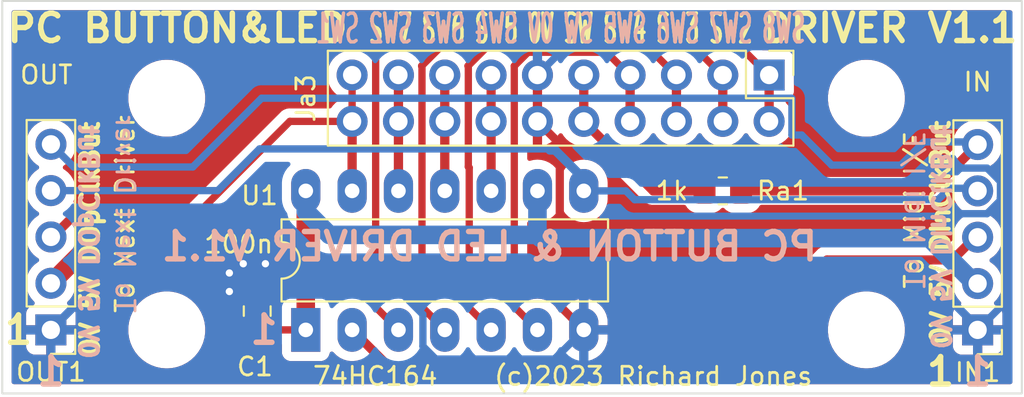
<source format=kicad_pcb>
(kicad_pcb (version 20211014) (generator pcbnew)
  (layers (0 "F.Cu" signal) (31 "B.Cu" signal) (34 "B.Paste" user) (35 "F.Paste" user) (36 "B.SilkS" user "B.Silkscreen") (37 "F.SilkS" user "F.Silkscreen") (38 "B.Mask" user) (39 "F.Mask" user) (44 "Edge.Cuts" user))
  (net 0 "")
  (net 1 "Net-(C1-Pad1)")
  (net 2 "/0.V")
  (net 3 "Net-(IN1-Pad3)")
  (net 4 "Net-(IN1-Pad4)")
  (net 5 "/.Q0")
  (net 6 "/.Q1")
  (net 7 "/.Q2")
  (net 8 "/.Q3")
  (net 9 "/.SW")
  (net 10 "/.Q4")
  (net 11 "/.Q5")
  (net 12 "/.Q6")
  (net 13 "/.Q7")
  (net 14 "Net-(IN1-Pad5)")
  (footprint "Package_DIP:DIP-14_W7.62mm_LongPads" (layer "F.Cu") (at 149.86 111.76 90)
    (fp_text reference "U1" (at 7.361 -2.535) (layer "F.SilkS"))
    (fp_text value "74HC164" (at -2.54 3.81) (layer "F.SilkS"))
    (fp_line (start 6.06 -1.33) (end 4.81 -1.33) (layer "F.SilkS") (width 0.12))
    (fp_line (start 2.81 -1.33) (end 1.56 -1.33) (layer "F.SilkS") (width 0.12))
    (fp_line (start 1.56 -1.33) (end 1.56 16.57) (layer "F.SilkS") (width 0.12))
    (fp_line (start 6.06 16.57) (end 6.06 -1.33) (layer "F.SilkS") (width 0.12))
    (fp_line (start 1.56 16.57) (end 6.06 16.57) (layer "F.SilkS") (width 0.12))
    (fp_arc (start 4.81 -1.33) (mid 3.81 -0.33) (end 2.81 -1.33) (layer "F.SilkS") (width 0.12))
    (pad "1" thru_hole rect (at 0 0 90) (size 2.4 1.6) (drill 0.8) (layers *.Cu *.Mask) (net 1 "Net-(C1-Pad1)"))
    (pad "2" thru_hole oval (at 0 2.54 90) (size 2.4 1.6) (drill 0.8) (layers *.Cu *.Mask) (net 3 "Net-(IN1-Pad3)"))
    (pad "3" thru_hole oval (at 0 5.08 90) (size 2.4 1.6) (drill 0.8) (layers *.Cu *.Mask) (net 5 "/.Q0"))
    (pad "4" thru_hole oval (at 0 7.62 90) (size 2.4 1.6) (drill 0.8) (layers *.Cu *.Mask) (net 6 "/.Q1"))
    (pad "5" thru_hole oval (at 0 10.16 90) (size 2.4 1.6) (drill 0.8) (layers *.Cu *.Mask) (net 7 "/.Q2"))
    (pad "6" thru_hole oval (at 0 12.7 90) (size 2.4 1.6) (drill 0.8) (layers *.Cu *.Mask) (net 8 "/.Q3"))
    (pad "7" thru_hole oval (at 0 15.24 90) (size 2.4 1.6) (drill 0.8) (layers *.Cu *.Mask) (net 2 "/0.V"))
    (pad "8" thru_hole oval (at 7.62 15.24 90) (size 2.4 1.6) (drill 0.8) (layers *.Cu *.Mask) (net 4 "Net-(IN1-Pad4)"))
    (pad "9" thru_hole oval (at 7.62 12.7 90) (size 2.4 1.6) (drill 0.8) (layers *.Cu *.Mask) (net 1 "Net-(C1-Pad1)"))
    (pad "10" thru_hole oval (at 7.62 10.16 90) (size 2.4 1.6) (drill 0.8) (layers *.Cu *.Mask) (net 10 "/.Q4"))
    (pad "11" thru_hole oval (at 7.62 7.62 90) (size 2.4 1.6) (drill 0.8) (layers *.Cu *.Mask) (net 11 "/.Q5"))
    (pad "12" thru_hole oval (at 7.62 5.08 90) (size 2.4 1.6) (drill 0.8) (layers *.Cu *.Mask) (net 12 "/.Q6"))
    (pad "13" thru_hole oval (at 7.62 2.54 90) (size 2.4 1.6) (drill 0.8) (layers *.Cu *.Mask) (net 13 "/.Q7"))
    (pad "14" thru_hole oval (at 7.62 0 90) (size 2.4 1.6) (drill 0.8) (layers *.Cu *.Mask) (net 1 "Net-(C1-Pad1)"))
  )
  (footprint "Connector_PinHeader_2.54mm:PinHeader_1x05_P2.54mm_Vertical" (layer "F.Cu") (at 186.69 111.76 180)
    (fp_text reference "IN1" (at 0 -2.33) (layer "F.SilkS"))
    (fp_text value "IN" (at 0 13.589) (layer "F.SilkS"))
    (fp_line (start -1.33 11.49) (end 1.33 11.49) (layer "F.SilkS") (width 0.12))
    (fp_line (start 1.33 1.27) (end 1.33 11.49) (layer "F.SilkS") (width 0.12))
    (fp_line (start -1.33 -1.33) (end 0 -1.33) (layer "F.SilkS") (width 0.12))
    (fp_line (start -1.33 1.27) (end 1.33 1.27) (layer "F.SilkS") (width 0.12))
    (fp_line (start -1.33 1.27) (end -1.33 11.49) (layer "F.SilkS") (width 0.12))
    (fp_line (start -1.33 0) (end -1.33 -1.33) (layer "F.SilkS") (width 0.12))
    (pad "1" thru_hole rect (at 0 0 180) (size 1.7 1.7) (drill 1) (layers *.Cu *.Mask) (net 2 "/0.V"))
    (pad "2" thru_hole oval (at 0 2.54 180) (size 1.7 1.7) (drill 1) (layers *.Cu *.Mask) (net 1 "Net-(C1-Pad1)"))
    (pad "3" thru_hole oval (at 0 5.08 180) (size 1.7 1.7) (drill 1) (layers *.Cu *.Mask) (net 3 "Net-(IN1-Pad3)"))
    (pad "4" thru_hole oval (at 0 7.62 180) (size 1.7 1.7) (drill 1) (layers *.Cu *.Mask) (net 4 "Net-(IN1-Pad4)"))
    (pad "5" thru_hole oval (at 0 10.16 180) (size 1.7 1.7) (drill 1) (layers *.Cu *.Mask) (net 14 "Net-(IN1-Pad5)"))
  )
  (footprint "MountingHole:MountingHole_3.2mm_M3" (layer "F.Cu") (at 142.24 111.76 90)
    (fp_text reference "H22" hide)
    (fp_text value "MountingHole" hide)
    (pad "" np_thru_hole circle (at 0 0 90) (size 3.2 3.2) (drill 3.2) (layers *.Cu *.Mask))
  )
  (footprint "MountingHole:MountingHole_3.2mm_M3" (layer "F.Cu") (at 180.594 99.06 90)
    (fp_text reference "H23" hide)
    (fp_text value "MountingHole" hide)
    (pad "" np_thru_hole circle (at 0 0 90) (size 3.2 3.2) (drill 3.2) (layers *.Cu *.Mask))
  )
  (footprint "Connector_PinHeader_2.54mm:PinHeader_2x10_P2.54mm_Vertical" (layer "F.Cu") (at 175.26 97.79 -90)
    (fp_text reference "Ja3" (at 1.27 25.4 -90) (layer "F.SilkS"))
    (fp_text value "Conn_02x10_Odd_Even" hide)
    (fp_line (start -1.33 -1.33) (end 0 -1.33) (layer "F.SilkS") (width 0.12))
    (fp_line (start 1.27 1.27) (end 1.27 -1.33) (layer "F.SilkS") (width 0.12))
    (fp_line (start -1.33 1.27) (end 1.27 1.27) (layer "F.SilkS") (width 0.12))
    (fp_line (start -1.33 0) (end -1.33 -1.33) (layer "F.SilkS") (width 0.12))
    (fp_line (start -1.33 24.19) (end 3.87 24.19) (layer "F.SilkS") (width 0.12))
    (fp_line (start 1.27 -1.33) (end 3.87 -1.33) (layer "F.SilkS") (width 0.12))
    (fp_line (start 3.87 -1.33) (end 3.87 24.19) (layer "F.SilkS") (width 0.12))
    (fp_line (start -1.33 1.27) (end -1.33 24.19) (layer "F.SilkS") (width 0.12))
    (pad "1" thru_hole rect (at 0 0 270) (size 1.7 1.7) (drill 1) (layers *.Cu *.Mask) (net 5 "/.Q0"))
    (pad "2" thru_hole oval (at 2.54 0 270) (size 1.7 1.7) (drill 1) (layers *.Cu *.Mask) (net 5 "/.Q0"))
    (pad "3" thru_hole oval (at 0 2.54 270) (size 1.7 1.7) (drill 1) (layers *.Cu *.Mask) (net 6 "/.Q1"))
    (pad "4" thru_hole oval (at 2.54 2.54 270) (size 1.7 1.7) (drill 1) (layers *.Cu *.Mask) (net 6 "/.Q1"))
    (pad "5" thru_hole oval (at 0 5.08 270) (size 1.7 1.7) (drill 1) (layers *.Cu *.Mask) (net 7 "/.Q2"))
    (pad "6" thru_hole oval (at 2.54 5.08 270) (size 1.7 1.7) (drill 1) (layers *.Cu *.Mask) (net 7 "/.Q2"))
    (pad "7" thru_hole oval (at 0 7.62 270) (size 1.7 1.7) (drill 1) (layers *.Cu *.Mask) (net 8 "/.Q3"))
    (pad "8" thru_hole oval (at 2.54 7.62 270) (size 1.7 1.7) (drill 1) (layers *.Cu *.Mask) (net 8 "/.Q3"))
    (pad "9" thru_hole oval (at 0 10.16 270) (size 1.7 1.7) (drill 1) (layers *.Cu *.Mask) (net 9 "/.SW"))
    (pad "10" thru_hole oval (at 2.54 10.16 270) (size 1.7 1.7) (drill 1) (layers *.Cu *.Mask) (net 9 "/.SW"))
    (pad "11" thru_hole oval (at 0 12.7 270) (size 1.7 1.7) (drill 1) (layers *.Cu *.Mask) (net 2 "/0.V"))
    (pad "12" thru_hole oval (at 2.54 12.7 270) (size 1.7 1.7) (drill 1) (layers *.Cu *.Mask) (net 2 "/0.V"))
    (pad "13" thru_hole oval (at 0 15.24 270) (size 1.7 1.7) (drill 1) (layers *.Cu *.Mask) (net 10 "/.Q4"))
    (pad "14" thru_hole oval (at 2.54 15.24 270) (size 1.7 1.7) (drill 1) (layers *.Cu *.Mask) (net 10 "/.Q4"))
    (pad "15" thru_hole oval (at 0 17.78 270) (size 1.7 1.7) (drill 1) (layers *.Cu *.Mask) (net 11 "/.Q5"))
    (pad "16" thru_hole oval (at 2.54 17.78 270) (size 1.7 1.7) (drill 1) (layers *.Cu *.Mask) (net 11 "/.Q5"))
    (pad "17" thru_hole oval (at 0 20.32 270) (size 1.7 1.7) (drill 1) (layers *.Cu *.Mask) (net 12 "/.Q6"))
    (pad "18" thru_hole oval (at 2.54 20.32 270) (size 1.7 1.7) (drill 1) (layers *.Cu *.Mask) (net 12 "/.Q6"))
    (pad "19" thru_hole oval (at 0 22.86 270) (size 1.7 1.7) (drill 1) (layers *.Cu *.Mask) (net 13 "/.Q7"))
    (pad "20" thru_hole oval (at 2.54 22.86 270) (size 1.7 1.7) (drill 1) (layers *.Cu *.Mask) (net 13 "/.Q7"))
  )
  (footprint "MountingHole:MountingHole_3.2mm_M3" (layer "F.Cu") (at 142.24 99.06 90)
    (fp_text reference "H21" hide)
    (fp_text value "MountingHole" hide)
    (pad "" np_thru_hole circle (at 0 0 90) (size 3.2 3.2) (drill 3.2) (layers *.Cu *.Mask))
  )
  (footprint "Connector_PinHeader_2.54mm:PinHeader_1x05_P2.54mm_Vertical" (layer "F.Cu") (at 135.89 111.745 180)
    (fp_text reference "OUT1" (at 0 -2.33) (layer "F.SilkS"))
    (fp_text value "OUT" (at 0.254 13.97) (layer "F.SilkS"))
    (fp_line (start -1.33 11.49) (end 1.33 11.49) (layer "F.SilkS") (width 0.12))
    (fp_line (start -1.33 1.27) (end -1.33 11.49) (layer "F.SilkS") (width 0.12))
    (fp_line (start -1.33 0) (end -1.33 -1.33) (layer "F.SilkS") (width 0.12))
    (fp_line (start -1.33 1.27) (end 1.33 1.27) (layer "F.SilkS") (width 0.12))
    (fp_line (start 1.33 1.27) (end 1.33 11.49) (layer "F.SilkS") (width 0.12))
    (fp_line (start -1.33 -1.33) (end 0 -1.33) (layer "F.SilkS") (width 0.12))
    (pad "1" thru_hole rect (at 0.005 -0.015 180) (size 1.7 1.7) (drill 1) (layers *.Cu *.Mask) (net 2 "/0.V"))
    (pad "2" thru_hole oval (at 0 2.54 180) (size 1.7 1.7) (drill 1) (layers *.Cu *.Mask) (net 1 "Net-(C1-Pad1)"))
    (pad "3" thru_hole oval (at 0 5.08 180) (size 1.7 1.7) (drill 1) (layers *.Cu *.Mask) (net 13 "/.Q7"))
    (pad "4" thru_hole oval (at 0 7.62 180) (size 1.7 1.7) (drill 1) (layers *.Cu *.Mask) (net 4 "Net-(IN1-Pad4)"))
    (pad "5" thru_hole oval (at 0 10.16 180) (size 1.7 1.7) (drill 1) (layers *.Cu *.Mask) (net 14 "Net-(IN1-Pad5)"))
  )
  (footprint "Resistor_SMD:R_0805_2012Metric_Pad1.20x1.40mm_HandSolder" (layer "F.Cu") (at 172.72 104.14 180)
    (fp_text reference "Ra1" (at -3.302 0) (layer "F.SilkS"))
    (fp_text value "1k" (at 2.794 0) (layer "F.SilkS"))
    (fp_line (start -0.227064 -0.735) (end 0.227064 -0.735) (layer "F.SilkS") (width 0.12))
    (fp_line (start -0.227064 0.735) (end 0.227064 0.735) (layer "F.SilkS") (width 0.12))
    (pad "1" smd roundrect (at -1 0 180) (size 1.2 1.4) (layers "F.Cu" "F.Paste" "F.Mask") (roundrect_rratio 0.2083333333) (net 14 "Net-(IN1-Pad5)"))
    (pad "2" smd roundrect (at 1 0 180) (size 1.2 1.4) (layers "F.Cu" "F.Paste" "F.Mask") (roundrect_rratio 0.2083333333) (net 9 "/.SW"))
  )
  (footprint "MountingHole:MountingHole_3.2mm_M3" (layer "F.Cu") (at 180.594 111.76 90)
    (fp_text reference "H24" hide)
    (fp_text value "MountingHole" hide)
    (pad "" np_thru_hole circle (at 0 0 90) (size 3.2 3.2) (drill 3.2) (layers *.Cu *.Mask))
  )
  (footprint "Capacitor_SMD:C_0805_2012Metric_Pad1.18x1.45mm_HandSolder" (layer "F.Cu") (at 147.198 110.729 90)
    (fp_text reference "C1" (at -3.048 -0.127) (layer "F.SilkS"))
    (fp_text value "100n" (at 3.683 -1.016) (layer "F.SilkS"))
    (fp_line (start -0.261252 0.735) (end 0.261252 0.735) (layer "F.SilkS") (width 0.12))
    (fp_line (start -0.261252 -0.735) (end 0.261252 -0.735) (layer "F.SilkS") (width 0.12))
    (pad "1" smd roundrect (at -1.0375 0 90) (size 1.175 1.45) (layers "F.Cu" "F.Paste" "F.Mask") (roundrect_rratio 0.2127659574) (net 1 "Net-(C1-Pad1)"))
    (pad "2" smd roundrect (at 1.0375 0 90) (size 1.175 1.45) (layers "F.Cu" "F.Paste" "F.Mask") (roundrect_rratio 0.2127659574) (net 2 "/0.V"))
  )
  (gr_rect (start 133.225 93.726) (end 189.108 115.245) (layer "Edge.Cuts") (width 0.1) (fill none))
  (gr_text "1" (at 147.574 111.76) (layer "B.SilkS") (effects (font (size 1.5 1.5) (thickness 0.3)) (justify mirror)))
  (gr_text "To Next Driver" (at 139.954 105.41 270) (layer "B.SilkS") (effects (font (size 1 1)) (justify mirror)))
  (gr_text "0V 5V DInClkBut" (at 184.658 106.68 270) (layer "B.SilkS") (effects (font (size 0.9906 0.9906) (thickness 0.22225)) (justify mirror)))
  (gr_text "SW8 SW7 SW6 SW5 SW 0V SW4 SW3 SW2 SW1" (at 163.83 95.25) (layer "B.SilkS") (effects (font (size 1.5748 0.762) (thickness 0.1905)) (justify mirror)))
  (gr_text "1" (at 186.69 114.046) (layer "B.SilkS") (effects (font (size 1.5 1.5) (thickness 0.3)) (justify mirror)))
  (gr_text "PC BUTTON & LED DRIVER V1.1" (at 178.054 107.188) (layer "B.SilkS") (effects (font (size 1.5 1.5) (thickness 0.3)) (justify left mirror)))
  (gr_text "0V 5V DOpClkBut" (at 137.922 106.934 270) (layer "B.SilkS") (effects (font (size 0.9906 0.9906) (thickness 0.22225)) (justify mirror)))
  (gr_text "To Midi I/F" (at 183.210158 105.199926 270) (layer "B.SilkS") (effects (font (size 1 1)) (justify mirror)))
  (gr_text "1" (at 135.89 114.046) (layer "B.SilkS") (effects (font (size 1.5 1.5) (thickness 0.3)) (justify mirror)))
  (gr_text "1" (at 184.658 114.046) (layer "F.SilkS") (effects (font (size 1.5 1.5) (thickness 0.3))))
  (gr_text "(c)2023 Richard Jones" (at 168.91 114.3) (layer "F.SilkS") (effects (font (size 1 1))))
  (gr_text "1" (at 134.112 111.76) (layer "F.SilkS") (effects (font (size 1.5 1.5) (thickness 0.3))))
  (gr_text "To Midi I/F" (at 183.210158 105.199926 90) (layer "F.SilkS") (effects (font (size 1 1))))
  (gr_text "0V 5V DOpClkBut" (at 138.027487 106.767851 90) (layer "F.SilkS") (effects (font (size 0.9906 0.9906) (thickness 0.22225))))
  (gr_text "SW7 SW6 SW5 0V SW SW4 SW3 SW2" (at 163.83 95.25) (layer "F.SilkS") (effects (font (size 1.5748 0.762) (thickness 0.1905))))
  (gr_text "To Next Driver" (at 139.954 105.41 90) (layer "F.SilkS") (effects (font (size 1 1))))
  (gr_text "0V 5V DInClkBut" (at 184.658 106.426 90) (layer "F.SilkS") (effects (font (size 0.9906 0.9906) (thickness 0.22225))))
  (gr_text "PC BUTTON&LED                    DRIVER V1.1" (at 133.35 95.219689) (layer "F.SilkS") (effects (font (size 1.5 1.5) (thickness 0.3)) (justify left)))
  (segment (start 149.8346 106.7054) (end 149.86 106.68) (width 1.016) (layer "F.Cu") (net 1))
  (segment (start 147.2045 111.76) (end 147.198 111.7665) (width 0.4) (layer "F.Cu") (net 1))
  (segment (start 135.895 109.205) (end 138.3946 106.7054) (width 1.016) (layer "F.Cu") (net 1))
  (segment (start 149.86 106.68) (end 149.86 111.76) (width 1.016) (layer "F.Cu") (net 1))
  (segment (start 149.86 106.68) (end 149.86 104.14) (width 1.016) (layer "F.Cu") (net 1))
  (segment (start 149.86 111.76) (end 147.2045 111.76) (width 0.4) (layer "F.Cu") (net 1))
  (segment (start 138.3946 106.7054) (end 149.8346 106.7054) (width 1.016) (layer "F.Cu") (net 1))
  (segment (start 162.56 106.553) (end 162.7378 106.7308) (width 1.016) (layer "B.Cu") (net 1))
  (segment (start 149.86 105.2576) (end 151.1554 106.553) (width 1.016) (layer "B.Cu") (net 1))
  (segment (start 162.56 106.553) (end 151.1554 106.553) (width 1.016) (layer "B.Cu") (net 1))
  (segment (start 184.0484 106.7308) (end 186.3956 109.078) (width 1.016) (layer "B.Cu") (net 1))
  (segment (start 162.7378 106.7308) (end 184.0484 106.7308) (width 1.016) (layer "B.Cu") (net 1))
  (segment (start 186.5376 109.22) (end 186.3956 109.078) (width 0.4) (layer "B.Cu") (net 1))
  (segment (start 186.69 109.22) (end 186.5376 109.22) (width 0.4) (layer "B.Cu") (net 1))
  (segment (start 162.56 106.553) (end 162.56 104.14) (width 1.016) (layer "B.Cu") (net 1))
  (segment (start 149.86 104.14) (end 149.86 105.2576) (width 1.016) (layer "B.Cu") (net 1))
  (segment (start 147.198 109.6915) (end 145.5125 108.006) (width 0.25) (layer "F.Cu") (net 2))
  (segment (start 163.78452 110.44452) (end 163.78452 101.55452) (width 0.45) (layer "F.Cu") (net 2))
  (segment (start 145.5125 108.006) (end 139.644 108.006) (width 0.25) (layer "F.Cu") (net 2))
  (segment (start 165.1 111.76) (end 163.78452 110.44452) (width 0.45) (layer "F.Cu") (net 2))
  (segment (start 163.78452 101.55452) (end 162.56 100.33) (width 0.45) (layer "F.Cu") (net 2))
  (segment (start 162.56 100.33) (end 162.56 97.79) (width 0.45) (layer "F.Cu") (net 2))
  (segment (start 139.644 108.006) (end 135.89 111.76) (width 0.25) (layer "F.Cu") (net 2))
  (via (at 146.433 108.133) (size 0.8) (drill 0.4) (layers "F.Cu" "B.Cu") (net 2))
  (via (at 147.647 108.133) (size 0.8) (drill 0.4) (layers "F.Cu" "B.Cu") (net 2))
  (via (at 145.671 109.657) (size 0.8) (drill 0.4) (layers "F.Cu" "B.Cu") (net 2))
  (via (at 145.671 108.641) (size 0.8) (drill 0.4) (layers "F.Cu" "B.Cu") (net 2))
  (segment (start 187.939511 103.622435) (end 187.939511 104.516089) (width 0.4) (layer "B.Cu") (net 2))
  (segment (start 188.3918 100.7618) (end 182.88 95.25) (width 0.4) (layer "B.Cu") (net 2))
  (segment (start 187.939511 104.516089) (end 187.939511 104.657565) (width 0.4) (layer "B.Cu") (net 2))
  (segment (start 146.5548 108.0112) (end 139.6288 108.0112) (width 0.4) (layer "B.Cu") (net 2))
  (segment (start 188.3918 104.074724) (end 188.3918 100.7618) (width 0.4) (layer "B.Cu") (net 2))
  (segment (start 156.28048 110.91608) (end 153.4974 108.133) (width 0.4) (layer "B.Cu") (net 2))
  (segment (start 187.207565 105.389511) (end 185.389689 105.389511) (width 0.4) (layer "B.Cu") (net 2))
  (segment (start 147.325 108.189) (end 147.647 108.189) (width 0.45) (layer "B.Cu") (net 2))
  (segment (start 187.939511 104.657565) (end 187.207565 105.389511) (width 0.4) (layer "B.Cu") (net 2))
  (segment (start 137.964521 109.675479) (end 135.895 111.745) (width 0.45) (layer "B.Cu") (net 2))
  (segment (start 147.198 108.189) (end 147.0202 108.0112) (width 0.4) (layer "B.Cu") (net 2))
  (segment (start 163.835 108.189) (end 165.1 109.454) (width 0.45) (layer "B.Cu") (net 2))
  (segment (start 165.1 111.76) (end 163.50048 113.35952) (width 0.4) (layer "B.Cu") (net 2))
  (segment (start 148.087 108.189) (end 163.835 108.189) (width 0.45) (layer "B.Cu") (net 2))
  (segment (start 187.939511 104.516089) (end 187.950435 104.516089) (width 0.4) (layer "B.Cu") (net 2))
  (segment (start 187.950435 104.516089) (end 188.3918 104.074724) (width 0.4) (layer "B.Cu") (net 2))
  (segment (start 147.0202 108.0112) (end 146.5548 108.0112) (width 0.4) (layer "B.Cu") (net 2))
  (segment (start 186.69 111.76) (end 188.3918 110.0582) (width 0.4) (layer "B.Cu") (net 2))
  (segment (start 165.1 109.454) (end 165.1 111.76) (width 0.45) (layer "B.Cu") (net 2))
  (segment (start 166.5124 108.0516) (end 183.1286 108.0516) (width 0.45) (layer "B.Cu") (net 2))
  (segment (start 183.1286 108.0516) (end 186.695 111.618) (width 0.45) (layer "B.Cu") (net 2))
  (segment (start 184.866111 102.890489) (end 184.8612 102.8954) (width 0.4) (layer "B.Cu") (net 2))
  (segment (start 188.3918 110.0582) (end 188.3918 104.074724) (width 0.4) (layer "B.Cu") (net 2))
  (segment (start 185.389689 105.389511) (end 185.3692 105.41) (width 0.4) (layer "B.Cu") (net 2))
  (segment (start 156.983143 113.35952) (end 156.28048 112.656857) (width 0.4) (layer "B.Cu") (net 2))
  (segment (start 139.6288 108.0112) (end 137.964521 109.675479) (width 0.4) (layer "B.Cu") (net 2))
  (segment (start 147.325 108.189) (end 147.198 108.189) (width 0.4) (layer "B.Cu") (net 2))
  (segment (start 165.1 109.464) (end 166.5124 108.0516) (width 0.45) (layer "B.Cu") (net 2))
  (segment (start 180.816587 95.270489) (end 165.079511 95.270489) (width 0.4) (layer "B.Cu") (net 2))
  (segment (start 163.50048 113.35952) (end 156.983143 113.35952) (width 0.4) (layer "B.Cu") (net 2))
  (segment (start 153.4974 108.133) (end 147.647 108.133) (width 0.4) (layer "B.Cu") (net 2))
  (segment (start 156.28048 112.656857) (end 156.28048 110.91608) (width 0.4) (layer "B.Cu") (net 2))
  (segment (start 187.207565 102.890489) (end 184.866111 102.890489) (width 0.4) (layer "B.Cu") (net 2))
  (segment (start 165.079511 95.270489) (end 162.539511 97.810489) (width 0.4) (layer "B.Cu") (net 2))
  (segment (start 187.814838 103.497762) (end 187.207565 102.890489) (width 0.4) (layer "B.Cu") (net 2))
  (segment (start 187.939511 103.622435) (end 187.814838 103.497762) (width 0.4) (layer "B.Cu") (net 2))
  (segment (start 147.647 108.189) (end 148.087 108.189) (width 0.45) (layer "B.Cu") (net 2))
  (segment (start 182.88 95.25) (end 180.837076 95.25) (width 0.4) (layer "B.Cu") (net 2))
  (segment (start 165.1 111.76) (end 165.1 109.464) (width 0.45) (layer "B.Cu") (net 2))
  (segment (start 188.3918 104.074724) (end 187.814838 103.497762) (width 0.4) (layer "B.Cu") (net 2))
  (segment (start 185.3084 107.9246) (end 186.695 106.538) (width 0.5) (layer "F.Cu") (net 3))
  (segment (start 176.154 113.0912) (end 176.154 110.2056) (width 0.5) (layer "F.Cu") (net 3))
  (segment (start 152.4 111.76) (end 155.0012 114.3612) (width 0.5) (layer "F.Cu") (net 3))
  (segment (start 155.0012 114.3612) (end 174.884 114.3612) (width 0.5) (layer "F.Cu") (net 3))
  (segment (start 176.154 110.2056) (end 178.435 107.9246) (width 0.5) (layer "F.Cu") (net 3))
  (segment (start 174.884 114.3612) (end 176.154 113.0912) (width 0.5) (layer "F.Cu") (net 3))
  (segment (start 178.435 107.9246) (end 185.3084 107.9246) (width 0.5) (layer "F.Cu") (net 3))
  (segment (start 163.5252 101.9048) (end 165.1 103.4796) (width 0.5) (layer "B.Cu") (net 4))
  (segment (start 165.1 103.4796) (end 165.1 104.14) (width 0.5) (layer "B.Cu") (net 4))
  (segment (start 184.52135 104.6226) (end 167.8886 104.6226) (width 0.4) (layer "B.Cu") (net 4))
  (segment (start 163.18 101.839) (end 147.325 101.839) (width 0.4) (layer "B.Cu") (net 4))
  (segment (start 163.2458 101.9048) (end 163.18 101.839) (width 0.4) (layer "B.Cu") (net 4))
  (segment (start 163.2458 101.9048) (end 163.5252 101.9048) (width 0.5) (layer "B.Cu") (net 4))
  (segment (start 167.8886 104.6226) (end 167.406 104.14) (width 0.4) (layer "B.Cu") (net 4))
  (segment (start 185.14595 103.998) (end 184.52135 104.6226) (width 0.4) (layer "B.Cu") (net 4))
  (segment (start 145.039 104.125) (end 135.895 104.125) (width 0.4) (layer "B.Cu") (net 4))
  (segment (start 186.695 103.998) (end 185.14595 103.998) (width 0.4) (layer "B.Cu") (net 4))
  (segment (start 167.406 104.14) (end 165.1 104.14) (width 0.4) (layer "B.Cu") (net 4))
  (segment (start 147.325 101.839) (end 145.039 104.125) (width 0.4) (layer "B.Cu") (net 4))
  (segment (start 154.94 111.76) (end 153.690489 110.510489) (width 0.4) (layer "F.Cu") (net 5))
  (segment (start 155.620631 94.569369) (end 171.998391 94.569369) (width 0.4) (layer "F.Cu") (net 5))
  (segment (start 153.67 96.52) (end 155.620631 94.569369) (width 0.4) (layer "F.Cu") (net 5))
  (segment (start 175.26 97.79) (end 175.26 100.33) (width 0.508) (layer "F.Cu") (net 5))
  (segment (start 153.690489 110.510489) (end 153.690489 96.540489) (width 0.4) (layer "F.Cu") (net 5))
  (segment (start 153.690489 96.540489) (end 153.67 96.52) (width 0.4) (layer "F.Cu") (net 5))
  (segment (start 171.998391 94.569369) (end 175.239511 97.810489) (width 0.4) (layer "F.Cu") (net 5))
  (segment (start 157.48 111.76) (end 156.230489 110.510489) (width 0.4) (layer "F.Cu") (net 6))
  (segment (start 156.21 97.292924) (end 158.334035 95.168889) (width 0.4) (layer "F.Cu") (net 6))
  (segment (start 156.230489 97.313413) (end 156.21 97.292924) (width 0.4) (layer "F.Cu") (net 6))
  (segment (start 156.230489 110.510489) (end 156.230489 97.313413) (width 0.4) (layer "F.Cu") (net 6))
  (segment (start 172.72 100.33) (end 172.72 97.79) (width 0.508) (layer "F.Cu") (net 6))
  (segment (start 158.334035 95.168889) (end 170.057911 95.168889) (width 0.4) (layer "F.Cu") (net 6))
  (segment (start 170.057911 95.168889) (end 172.699511 97.810489) (width 0.4) (layer "F.Cu") (net 6))
  (segment (start 157.48 111.76) (end 156.21 110.49) (width 0.4) (layer "F.Cu") (net 6))
  (segment (start 168.152911 95.803889) (end 170.159511 97.810489) (width 0.4) (layer "F.Cu") (net 7))
  (segment (start 158.82048 102.86844) (end 158.770489 102.818449) (width 0.4) (layer "F.Cu") (net 7))
  (segment (start 160.239035 95.803889) (end 168.152911 95.803889) (width 0.4) (layer "F.Cu") (net 7))
  (segment (start 158.770489 97.313413) (end 158.75 97.292924) (width 0.4) (layer "F.Cu") (net 7))
  (segment (start 158.770489 102.818449) (end 158.770489 97.313413) (width 0.4) (layer "F.Cu") (net 7))
  (segment (start 170.18 100.33) (end 170.18 97.79) (width 0.508) (layer "F.Cu") (net 7))
  (segment (start 158.75 97.292924) (end 160.239035 95.803889) (width 0.4) (layer "F.Cu") (net 7))
  (segment (start 160.02 111.76) (end 158.82048 110.56048) (width 0.4) (layer "F.Cu") (net 7))
  (segment (start 158.82048 110.56048) (end 158.82048 102.86844) (width 0.4) (layer "F.Cu") (net 7))
  (segment (start 161.29 97.292924) (end 162.042435 96.540489) (width 0.4) (layer "F.Cu") (net 8))
  (segment (start 161.29 110.49) (end 161.29 97.292924) (width 0.4) (layer "F.Cu") (net 8))
  (segment (start 167.64 100.33) (end 167.64 97.79) (width 0.508) (layer "F.Cu") (net 8))
  (segment (start 162.042435 96.540489) (end 166.349511 96.540489) (width 0.4) (layer "F.Cu") (net 8))
  (segment (start 166.349511 96.540489) (end 167.619511 97.810489) (width 0.4) (layer "F.Cu") (net 8))
  (segment (start 162.56 111.76) (end 161.29 110.49) (width 0.4) (layer "F.Cu") (net 8))
  (segment (start 165.1 100.33) (end 165.1 97.79) (width 0.508) (layer "F.Cu") (net 9))
  (segment (start 165.1 100.33) (end 168.91 104.14) (width 0.508) (layer "F.Cu") (net 9))
  (segment (start 168.91 104.14) (end 171.72 104.14) (width 0.508) (layer "F.Cu") (net 9))
  (segment (start 160.02 104.14) (end 160.02 100.33) (width 0.5) (layer "F.Cu") (net 10))
  (segment (start 160.02 100.33) (end 160.02 97.79) (width 0.5) (layer "F.Cu") (net 10))
  (segment (start 157.48 104.14) (end 157.48 100.33) (width 0.508) (layer "F.Cu") (net 11))
  (segment (start 157.48 100.33) (end 157.48 97.79) (width 0.508) (layer "F.Cu") (net 11))
  (segment (start 154.94 104.14) (end 154.94 100.33) (width 0.508) (layer "F.Cu") (net 12))
  (segment (start 154.94 100.33) (end 154.94 97.79) (width 0.508) (layer "F.Cu") (net 12))
  (segment (start 137.0584 105.5878) (end 136.2352 106.411) (width 0.5) (layer "F.Cu") (net 13))
  (segment (start 143.7286 105.5878) (end 148.9864 100.33) (width 0.4) (layer "F.Cu") (net 13))
  (segment (start 137.0584 105.5878) (end 143.7286 105.5878) (width 0.4) (layer "F.Cu") (net 13))
  (segment (start 152.4 100.33) (end 152.4 97.79) (width 0.4) (layer "F.Cu") (net 13))
  (segment (start 148.9864 100.33) (end 152.4 100.33) (width 0.4) (layer "F.Cu") (net 13))
  (segment (start 152.4 104.14) (end 152.4 100.33) (width 0.508) (layer "F.Cu") (net 13))
  (segment (start 136.2352 106.411) (end 136.149 106.411) (width 0.5) (layer "F.Cu") (net 13))
  (segment (start 136.149 106.411) (end 135.895 106.665) (width 0.5) (layer "F.Cu") (net 13))
  (segment (start 186.69 101.6) (end 184.15 104.14) (width 0.508) (layer "F.Cu") (net 14))
  (segment (start 184.15 104.14) (end 173.72 104.14) (width 0.508) (layer "F.Cu") (net 14))
  (segment (start 177.043 101.077) (end 176.509511 101.077) (width 0.4) (layer "B.Cu") (net 14))
  (segment (start 176.489022 99.06) (end 147.437 99.06) (width 0.4) (layer "B.Cu") (net 14))
  (segment (start 137.1396 102.8296) (end 135.895 101.585) (width 0.4) (layer "B.Cu") (net 14))
  (segment (start 182.4786 102.728) (end 178.694 102.728) (width 0.4) (layer "B.Cu") (net 14))
  (segment (start 178.694 102.728) (end 177.043 101.077) (width 0.4) (layer "B.Cu") (net 14))
  (segment (start 186.695 101.458) (end 183.7486 101.458) (width 0.4) (layer "B.Cu") (net 14))
  (segment (start 147.437 99.06) (end 143.6674 102.8296) (width 0.4) (layer "B.Cu") (net 14))
  (segment (start 183.7486 101.458) (end 182.4786 102.728) (width 0.4) (layer "B.Cu") (net 14))
  (segment (start 143.6674 102.8296) (end 137.1396 102.8296) (width 0.4) (layer "B.Cu") (net 14))
  (segment (start 176.509511 99.080489) (end 176.489022 99.06) (width 0.4) (layer "B.Cu") (net 14))
  (segment (start 176.509511 101.077) (end 176.509511 99.080489) (width 0.4) (layer "B.Cu") (net 14))
  (zone (net 2) (net_name "/0.V") (layers F&B.Cu) (connect_pads (clearance 0.508)) (min_thickness 0.254) (fill yes (thermal_gap 0.508) (thermal_bridge_width 0.508))
    (polygon (pts (xy 188.978 114.991) (xy 133.352 114.991) (xy 133.35 93.98) (xy 188.978 93.98)))
  )
)
</source>
